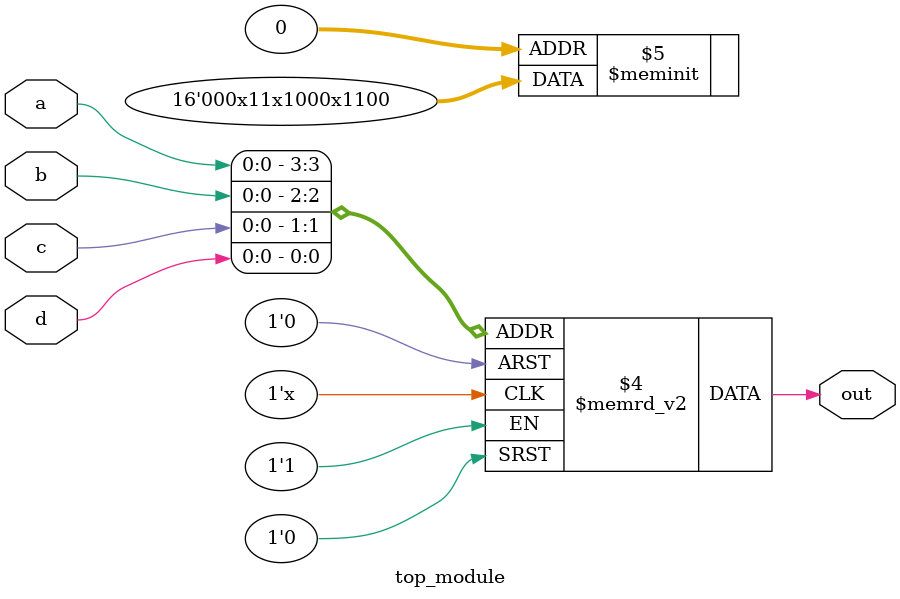
<source format=sv>
module top_module (
    input a,
    input b,
    input c,
    input d,
    output reg out
);

always @(*) begin
    case ({a, b, c, d})
        4'b0000, 4'b0001, 4'b0101, 4'b0110, 4'b0111, 4'b1101, 4'b1110, 4'b1111: out = 1'b0;
        4'b0011, 4'b0010, 4'b1000, 4'b1011, 4'b1010: out = 1'b1;
        default: out = 1'bx;
    endcase
end

endmodule

</source>
